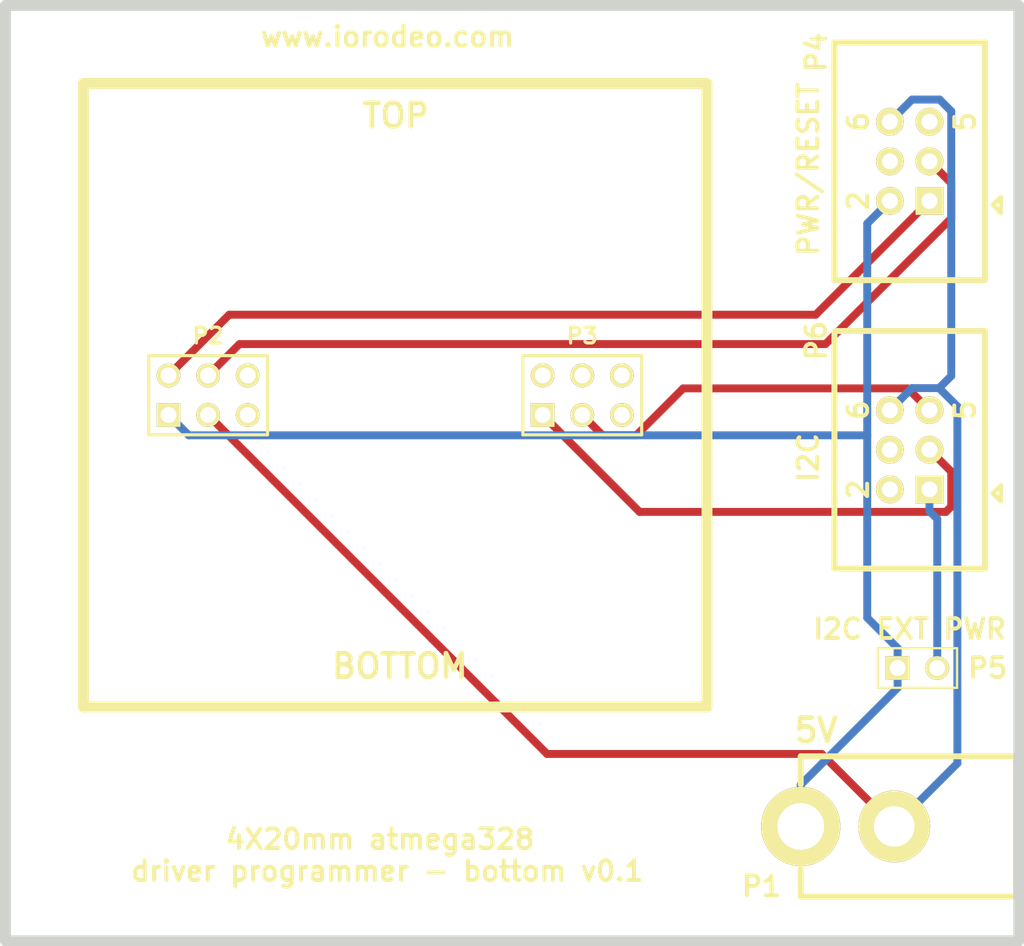
<source format=kicad_pcb>
(kicad_pcb (version 3) (host pcbnew "(2013-mar-13)-testing")

  (general
    (links 11)
    (no_connects 0)
    (area 44.649999 44.649999 110.350001 105.350001)
    (thickness 1.6)
    (drawings 16)
    (tracks 44)
    (zones 0)
    (modules 6)
    (nets 18)
  )

  (page A4)
  (layers
    (15 F.Cu signal)
    (0 B.Cu signal)
    (16 B.Adhes user)
    (17 F.Adhes user)
    (18 B.Paste user)
    (19 F.Paste user)
    (20 B.SilkS user)
    (21 F.SilkS user)
    (22 B.Mask user)
    (23 F.Mask user)
    (24 Dwgs.User user)
    (25 Cmts.User user)
    (26 Eco1.User user)
    (27 Eco2.User user)
    (28 Edge.Cuts user)
  )

  (setup
    (last_trace_width 0.508)
    (trace_clearance 0.254)
    (zone_clearance 0.508)
    (zone_45_only no)
    (trace_min 0.254)
    (segment_width 0.2)
    (edge_width 0.1)
    (via_size 0.889)
    (via_drill 0.635)
    (via_min_size 0.889)
    (via_min_drill 0.508)
    (uvia_size 0.508)
    (uvia_drill 0.127)
    (uvias_allowed no)
    (uvia_min_size 0.508)
    (uvia_min_drill 0.127)
    (pcb_text_width 0.3)
    (pcb_text_size 1.5 1.5)
    (mod_edge_width 0.15)
    (mod_text_size 1 1)
    (mod_text_width 0.15)
    (pad_size 1.5 1.5)
    (pad_drill 0.6)
    (pad_to_mask_clearance 0)
    (aux_axis_origin 0 0)
    (visible_elements FFFFFF7F)
    (pcbplotparams
      (layerselection 3178497)
      (usegerberextensions true)
      (excludeedgelayer true)
      (linewidth 0.150000)
      (plotframeref false)
      (viasonmask false)
      (mode 1)
      (useauxorigin false)
      (hpglpennumber 1)
      (hpglpenspeed 20)
      (hpglpendiameter 15)
      (hpglpenoverlay 2)
      (psnegative false)
      (psa4output false)
      (plotreference true)
      (plotvalue true)
      (plotothertext true)
      (plotinvisibletext false)
      (padsonsilk false)
      (subtractmaskfromsilk false)
      (outputformat 1)
      (mirror false)
      (drillshape 1)
      (scaleselection 1)
      (outputdirectory ""))
  )

  (net 0 "")
  (net 1 +5V)
  (net 2 /RST_3)
  (net 3 /RST_4)
  (net 4 /SCL)
  (net 5 /SDA)
  (net 6 /~RST_1)
  (net 7 /~RST_2)
  (net 8 /~RST_3)
  (net 9 /~RST_4)
  (net 10 GND)
  (net 11 N-0000011)
  (net 12 N-0000012)
  (net 13 N-0000013)
  (net 14 N-0000014)
  (net 15 N-0000015)
  (net 16 N-000007)
  (net 17 N-000008)

  (net_class Default "This is the default net class."
    (clearance 0.254)
    (trace_width 0.508)
    (via_dia 0.889)
    (via_drill 0.635)
    (uvia_dia 0.508)
    (uvia_drill 0.127)
    (add_net "")
    (add_net +5V)
    (add_net /RST_3)
    (add_net /RST_4)
    (add_net /SCL)
    (add_net /SDA)
    (add_net /~RST_1)
    (add_net /~RST_2)
    (add_net /~RST_3)
    (add_net /~RST_4)
    (add_net GND)
    (add_net N-0000011)
    (add_net N-0000012)
    (add_net N-0000013)
    (add_net N-0000014)
    (add_net N-0000015)
    (add_net N-000007)
    (add_net N-000008)
  )

  (module DCJACK_2PIN (layer F.Cu) (tedit 52413961) (tstamp 524136C5)
    (at 96.012 97.663)
    (path /524133ED)
    (fp_text reference P1 (at -2.512 3.837) (layer F.SilkS)
      (effects (font (size 1.27 1.27) (thickness 0.254)))
    )
    (fp_text value CONN_2 (at 7.8994 6.79958) (layer F.SilkS) hide
      (effects (font (thickness 0.3048)))
    )
    (fp_line (start 0 -2.70002) (end 0 -4.50088) (layer F.SilkS) (width 0.381))
    (fp_line (start 0 -4.50088) (end 13.79982 -4.50088) (layer F.SilkS) (width 0.381))
    (fp_line (start 13.79982 -4.50088) (end 13.79982 4.39928) (layer F.SilkS) (width 0.381))
    (fp_line (start 13.79982 4.39928) (end 13.79982 4.50088) (layer F.SilkS) (width 0.381))
    (fp_line (start 13.79982 4.50088) (end 0 4.50088) (layer F.SilkS) (width 0.381))
    (fp_line (start 0 4.50088) (end 0 2.70002) (layer F.SilkS) (width 0.381))
    (pad 1 thru_hole circle (at 0 0) (size 5.08 5.08) (drill 2.99974)
      (layers *.Cu *.Mask F.SilkS)
      (net 1 +5V)
    )
    (pad 2 thru_hole circle (at 5.99948 0) (size 4.59994 4.59994) (drill 2.60096)
      (layers *.Cu *.Mask F.SilkS)
      (net 10 GND)
    )
  )

  (module pin_array_3x2 (layer F.Cu) (tedit 42931587) (tstamp 524136D3)
    (at 58 70)
    (descr "Double rangee de contacts 2 x 4 pins")
    (tags CONN)
    (path /52413210)
    (fp_text reference P2 (at 0 -3.81) (layer F.SilkS)
      (effects (font (size 1.016 1.016) (thickness 0.2032)))
    )
    (fp_text value CONN_3X2 (at 0 3.81) (layer F.SilkS) hide
      (effects (font (size 1.016 1.016) (thickness 0.2032)))
    )
    (fp_line (start 3.81 2.54) (end -3.81 2.54) (layer F.SilkS) (width 0.2032))
    (fp_line (start -3.81 -2.54) (end 3.81 -2.54) (layer F.SilkS) (width 0.2032))
    (fp_line (start 3.81 -2.54) (end 3.81 2.54) (layer F.SilkS) (width 0.2032))
    (fp_line (start -3.81 2.54) (end -3.81 -2.54) (layer F.SilkS) (width 0.2032))
    (pad 1 thru_hole rect (at -2.54 1.27) (size 1.524 1.524) (drill 1.016)
      (layers *.Cu *.Mask F.SilkS)
      (net 1 +5V)
    )
    (pad 2 thru_hole circle (at -2.54 -1.27) (size 1.524 1.524) (drill 1.016)
      (layers *.Cu *.Mask F.SilkS)
      (net 6 /~RST_1)
    )
    (pad 3 thru_hole circle (at 0 1.27) (size 1.524 1.524) (drill 1.016)
      (layers *.Cu *.Mask F.SilkS)
      (net 10 GND)
    )
    (pad 4 thru_hole circle (at 0 -1.27) (size 1.524 1.524) (drill 1.016)
      (layers *.Cu *.Mask F.SilkS)
      (net 7 /~RST_2)
    )
    (pad 5 thru_hole circle (at 2.54 1.27) (size 1.524 1.524) (drill 1.016)
      (layers *.Cu *.Mask F.SilkS)
      (net 12 N-0000012)
    )
    (pad 6 thru_hole circle (at 2.54 -1.27) (size 1.524 1.524) (drill 1.016)
      (layers *.Cu *.Mask F.SilkS)
      (net 15 N-0000015)
    )
    (model pin_array/pins_array_3x2.wrl
      (at (xyz 0 0 0))
      (scale (xyz 1 1 1))
      (rotate (xyz 0 0 0))
    )
  )

  (module pin_array_3x2 (layer F.Cu) (tedit 42931587) (tstamp 524136E1)
    (at 82 70)
    (descr "Double rangee de contacts 2 x 4 pins")
    (tags CONN)
    (path /5241321F)
    (fp_text reference P3 (at 0 -3.81) (layer F.SilkS)
      (effects (font (size 1.016 1.016) (thickness 0.2032)))
    )
    (fp_text value CONN_3X2 (at 0 3.81) (layer F.SilkS) hide
      (effects (font (size 1.016 1.016) (thickness 0.2032)))
    )
    (fp_line (start 3.81 2.54) (end -3.81 2.54) (layer F.SilkS) (width 0.2032))
    (fp_line (start -3.81 -2.54) (end 3.81 -2.54) (layer F.SilkS) (width 0.2032))
    (fp_line (start 3.81 -2.54) (end 3.81 2.54) (layer F.SilkS) (width 0.2032))
    (fp_line (start -3.81 2.54) (end -3.81 -2.54) (layer F.SilkS) (width 0.2032))
    (pad 1 thru_hole rect (at -2.54 1.27) (size 1.524 1.524) (drill 1.016)
      (layers *.Cu *.Mask F.SilkS)
      (net 5 /SDA)
    )
    (pad 2 thru_hole circle (at -2.54 -1.27) (size 1.524 1.524) (drill 1.016)
      (layers *.Cu *.Mask F.SilkS)
      (net 2 /RST_3)
    )
    (pad 3 thru_hole circle (at 0 1.27) (size 1.524 1.524) (drill 1.016)
      (layers *.Cu *.Mask F.SilkS)
      (net 4 /SCL)
    )
    (pad 4 thru_hole circle (at 0 -1.27) (size 1.524 1.524) (drill 1.016)
      (layers *.Cu *.Mask F.SilkS)
      (net 3 /RST_4)
    )
    (pad 5 thru_hole circle (at 2.54 1.27) (size 1.524 1.524) (drill 1.016)
      (layers *.Cu *.Mask F.SilkS)
      (net 14 N-0000014)
    )
    (pad 6 thru_hole circle (at 2.54 -1.27) (size 1.524 1.524) (drill 1.016)
      (layers *.Cu *.Mask F.SilkS)
      (net 13 N-0000013)
    )
    (model pin_array/pins_array_3x2.wrl
      (at (xyz 0 0 0))
      (scale (xyz 1 1 1))
      (rotate (xyz 0 0 0))
    )
  )

  (module 3X2_SHRD_HEADER (layer F.Cu) (tedit 524139C9) (tstamp 524136F5)
    (at 103 55 90)
    (path /52413466)
    (fp_text reference P4 (at 7 -6 90) (layer F.SilkS)
      (effects (font (size 1.27 1.27) (thickness 0.254)))
    )
    (fp_text value CONN_3X2 (at 5.19938 6.2992 90) (layer F.SilkS) hide
      (effects (font (thickness 0.3048)))
    )
    (fp_line (start -2.794 5.334) (end -3.302 5.842) (layer F.SilkS) (width 0.3))
    (fp_line (start -3.302 5.842) (end -2.286 5.842) (layer F.SilkS) (width 0.3))
    (fp_line (start -2.286 5.842) (end -2.794 5.334) (layer F.SilkS) (width 0.3))
    (fp_text user 5 (at 2.54 3.556 90) (layer F.SilkS)
      (effects (font (size 1.27 1.27) (thickness 0.254)))
    )
    (fp_text user 6 (at 2.54 -3.302 90) (layer F.SilkS)
      (effects (font (size 1.27 1.27) (thickness 0.254)))
    )
    (fp_line (start -7.62 4.826) (end 7.62 4.826) (layer F.SilkS) (width 0.381))
    (fp_line (start -7.62 -4.826) (end 7.62 -4.826) (layer F.SilkS) (width 0.381))
    (fp_line (start 7.62 -4.826) (end 7.62 4.826) (layer F.SilkS) (width 0.381))
    (fp_line (start -7.62 4.826) (end -7.62 -4.826) (layer F.SilkS) (width 0.381))
    (fp_text user 2 (at -2.54 -3.302 90) (layer F.SilkS)
      (effects (font (size 1.27 1.27) (thickness 0.254)))
    )
    (pad 1 thru_hole rect (at -2.54 1.27 90) (size 1.778 1.778) (drill 1.016)
      (layers *.Cu *.Mask F.SilkS)
      (net 6 /~RST_1)
    )
    (pad 2 thru_hole circle (at -2.54 -1.27 90) (size 1.778 1.778) (drill 1.016)
      (layers *.Cu *.Mask F.SilkS)
      (net 1 +5V)
    )
    (pad 3 thru_hole circle (at 0 1.27 90) (size 1.778 1.778) (drill 1.016)
      (layers *.Cu *.Mask F.SilkS)
      (net 7 /~RST_2)
    )
    (pad 4 thru_hole circle (at 0 -1.27 90) (size 1.778 1.778) (drill 1.016)
      (layers *.Cu *.Mask F.SilkS)
      (net 9 /~RST_4)
    )
    (pad 5 thru_hole circle (at 2.54 1.27 90) (size 1.778 1.778) (drill 1.016)
      (layers *.Cu *.Mask F.SilkS)
      (net 8 /~RST_3)
    )
    (pad 6 thru_hole circle (at 2.54 -1.27 90) (size 1.778 1.778) (drill 1.016)
      (layers *.Cu *.Mask F.SilkS)
      (net 10 GND)
    )
  )

  (module PIN_ARRAY_2X1 (layer F.Cu) (tedit 5241399F) (tstamp 52413971)
    (at 103.5 87.5)
    (descr "Connecteurs 2 pins")
    (tags "CONN DEV")
    (path /52413817)
    (fp_text reference P5 (at 4.5 0) (layer F.SilkS)
      (effects (font (size 1.27 1.27) (thickness 0.254)))
    )
    (fp_text value CONN_2 (at 0 -1.905) (layer F.SilkS) hide
      (effects (font (size 0.762 0.762) (thickness 0.1524)))
    )
    (fp_line (start -2.54 1.27) (end -2.54 -1.27) (layer F.SilkS) (width 0.1524))
    (fp_line (start -2.54 -1.27) (end 2.54 -1.27) (layer F.SilkS) (width 0.1524))
    (fp_line (start 2.54 -1.27) (end 2.54 1.27) (layer F.SilkS) (width 0.1524))
    (fp_line (start 2.54 1.27) (end -2.54 1.27) (layer F.SilkS) (width 0.1524))
    (pad 1 thru_hole rect (at -1.27 0) (size 1.524 1.524) (drill 1.016)
      (layers *.Cu *.Mask F.SilkS)
      (net 1 +5V)
    )
    (pad 2 thru_hole circle (at 1.27 0) (size 1.524 1.524) (drill 1.016)
      (layers *.Cu *.Mask F.SilkS)
      (net 11 N-0000011)
    )
    (model pin_array/pins_array_2x1.wrl
      (at (xyz 0 0 0))
      (scale (xyz 1 1 1))
      (rotate (xyz 0 0 0))
    )
  )

  (module 3X2_SHRD_HEADER (layer F.Cu) (tedit 524139CF) (tstamp 52413985)
    (at 103 73.5 90)
    (path /52413855)
    (fp_text reference P6 (at 7 -6 90) (layer F.SilkS)
      (effects (font (size 1.27 1.27) (thickness 0.254)))
    )
    (fp_text value CONN_3X2 (at 5.19938 6.2992 90) (layer F.SilkS) hide
      (effects (font (thickness 0.3048)))
    )
    (fp_line (start -2.794 5.334) (end -3.302 5.842) (layer F.SilkS) (width 0.3))
    (fp_line (start -3.302 5.842) (end -2.286 5.842) (layer F.SilkS) (width 0.3))
    (fp_line (start -2.286 5.842) (end -2.794 5.334) (layer F.SilkS) (width 0.3))
    (fp_text user 5 (at 2.54 3.556 90) (layer F.SilkS)
      (effects (font (size 1.27 1.27) (thickness 0.254)))
    )
    (fp_text user 6 (at 2.54 -3.302 90) (layer F.SilkS)
      (effects (font (size 1.27 1.27) (thickness 0.254)))
    )
    (fp_line (start -7.62 4.826) (end 7.62 4.826) (layer F.SilkS) (width 0.381))
    (fp_line (start -7.62 -4.826) (end 7.62 -4.826) (layer F.SilkS) (width 0.381))
    (fp_line (start 7.62 -4.826) (end 7.62 4.826) (layer F.SilkS) (width 0.381))
    (fp_line (start -7.62 4.826) (end -7.62 -4.826) (layer F.SilkS) (width 0.381))
    (fp_text user 2 (at -2.54 -3.302 90) (layer F.SilkS)
      (effects (font (size 1.27 1.27) (thickness 0.254)))
    )
    (pad 1 thru_hole rect (at -2.54 1.27 90) (size 1.778 1.778) (drill 1.016)
      (layers *.Cu *.Mask F.SilkS)
      (net 11 N-0000011)
    )
    (pad 2 thru_hole circle (at -2.54 -1.27 90) (size 1.778 1.778) (drill 1.016)
      (layers *.Cu *.Mask F.SilkS)
      (net 17 N-000008)
    )
    (pad 3 thru_hole circle (at 0 1.27 90) (size 1.778 1.778) (drill 1.016)
      (layers *.Cu *.Mask F.SilkS)
      (net 5 /SDA)
    )
    (pad 4 thru_hole circle (at 0 -1.27 90) (size 1.778 1.778) (drill 1.016)
      (layers *.Cu *.Mask F.SilkS)
      (net 16 N-000007)
    )
    (pad 5 thru_hole circle (at 2.54 1.27 90) (size 1.778 1.778) (drill 1.016)
      (layers *.Cu *.Mask F.SilkS)
      (net 4 /SCL)
    )
    (pad 6 thru_hole circle (at 2.54 -1.27 90) (size 1.778 1.778) (drill 1.016)
      (layers *.Cu *.Mask F.SilkS)
      (net 10 GND)
    )
  )

  (gr_text www.iorodeo.com (at 69.5 47) (layer F.SilkS)
    (effects (font (size 1.27 1.27) (thickness 0.254)))
  )
  (gr_text "4X20mm atmega328 \ndriver programmer - bottom v0.1" (at 69.5 99.5) (layer F.SilkS)
    (effects (font (size 1.27 1.27) (thickness 0.254)))
  )
  (gr_text PWR/RESET (at 96.5 55.5 90) (layer F.SilkS)
    (effects (font (size 1.27 1.27) (thickness 0.254)))
  )
  (gr_text I2C (at 96.5 74 90) (layer F.SilkS)
    (effects (font (size 1.27 1.27) (thickness 0.254)))
  )
  (gr_text "I2C EXT PWR" (at 103 85) (layer F.SilkS)
    (effects (font (size 1.27 1.27) (thickness 0.254)))
  )
  (gr_text 5V (at 97 91.5) (layer F.SilkS)
    (effects (font (size 1.5 1.5) (thickness 0.3)))
  )
  (gr_text BOTTOM (at 70.2945 87.376) (layer F.SilkS)
    (effects (font (size 1.5 1.5) (thickness 0.3)))
  )
  (gr_text TOP (at 70.0405 52.07) (layer F.SilkS)
    (effects (font (size 1.5 1.5) (thickness 0.3)))
  )
  (gr_line (start 90 50) (end 90 90) (angle 90) (layer F.SilkS) (width 0.7))
  (gr_line (start 50 90) (end 90 90) (angle 90) (layer F.SilkS) (width 0.7))
  (gr_line (start 50 50) (end 50 90) (angle 90) (layer F.SilkS) (width 0.7))
  (gr_line (start 50 50) (end 90 50) (angle 90) (layer F.SilkS) (width 0.7))
  (gr_line (start 110 105) (end 110 45) (angle 90) (layer Edge.Cuts) (width 0.7))
  (gr_line (start 45 105) (end 110 105) (angle 90) (layer Edge.Cuts) (width 0.7))
  (gr_line (start 45 45) (end 45 105) (angle 90) (layer Edge.Cuts) (width 0.7))
  (gr_line (start 45 45) (end 110 45) (angle 90) (layer Edge.Cuts) (width 0.7))

  (segment (start 96.012 94.9883) (end 96.012 97.663) (width 0.508) (layer B.Cu) (net 1))
  (segment (start 102.23 88.7703) (end 96.012 94.9883) (width 0.508) (layer B.Cu) (net 1))
  (segment (start 102.23 87.5) (end 102.23 88.7703) (width 0.508) (layer B.Cu) (net 1))
  (segment (start 102.23 87.5) (end 102.23 86.2297) (width 0.508) (layer B.Cu) (net 1))
  (segment (start 56.7629 72.5729) (end 55.46 71.27) (width 0.508) (layer B.Cu) (net 1))
  (segment (start 100.2791 72.5729) (end 56.7629 72.5729) (width 0.508) (layer B.Cu) (net 1))
  (segment (start 100.2791 58.9909) (end 100.2791 72.5729) (width 0.508) (layer B.Cu) (net 1))
  (segment (start 101.73 57.54) (end 100.2791 58.9909) (width 0.508) (layer B.Cu) (net 1))
  (segment (start 100.2791 84.2788) (end 102.23 86.2297) (width 0.508) (layer B.Cu) (net 1))
  (segment (start 100.2791 72.5729) (end 100.2791 84.2788) (width 0.508) (layer B.Cu) (net 1))
  (segment (start 83.2958 72.5658) (end 82 71.27) (width 0.508) (layer F.Cu) (net 4))
  (segment (start 85.4678 72.5658) (end 83.2958 72.5658) (width 0.508) (layer F.Cu) (net 4))
  (segment (start 88.4709 69.5627) (end 85.4678 72.5658) (width 0.508) (layer F.Cu) (net 4))
  (segment (start 102.8727 69.5627) (end 88.4709 69.5627) (width 0.508) (layer F.Cu) (net 4))
  (segment (start 104.27 70.96) (end 102.8727 69.5627) (width 0.508) (layer F.Cu) (net 4))
  (segment (start 85.6761 77.4861) (end 79.46 71.27) (width 0.508) (layer F.Cu) (net 5))
  (segment (start 105.3259 77.4861) (end 85.6761 77.4861) (width 0.508) (layer F.Cu) (net 5))
  (segment (start 105.6674 77.1446) (end 105.3259 77.4861) (width 0.508) (layer F.Cu) (net 5))
  (segment (start 105.6674 74.8974) (end 105.6674 77.1446) (width 0.508) (layer F.Cu) (net 5))
  (segment (start 104.27 73.5) (end 105.6674 74.8974) (width 0.508) (layer F.Cu) (net 5))
  (segment (start 59.351 64.839) (end 55.46 68.73) (width 0.508) (layer F.Cu) (net 6))
  (segment (start 96.971 64.839) (end 59.351 64.839) (width 0.508) (layer F.Cu) (net 6))
  (segment (start 104.27 57.54) (end 96.971 64.839) (width 0.508) (layer F.Cu) (net 6))
  (segment (start 60.0101 66.7199) (end 58 68.73) (width 0.508) (layer F.Cu) (net 7))
  (segment (start 97.6029 66.7199) (end 60.0101 66.7199) (width 0.508) (layer F.Cu) (net 7))
  (segment (start 105.6674 58.6554) (end 97.6029 66.7199) (width 0.508) (layer F.Cu) (net 7))
  (segment (start 105.6674 56.3974) (end 105.6674 58.6554) (width 0.508) (layer F.Cu) (net 7))
  (segment (start 104.27 55) (end 105.6674 56.3974) (width 0.508) (layer F.Cu) (net 7))
  (segment (start 97.3605 93.012) (end 102.0115 97.663) (width 0.508) (layer F.Cu) (net 10))
  (segment (start 79.742 93.012) (end 97.3605 93.012) (width 0.508) (layer F.Cu) (net 10))
  (segment (start 58 71.27) (end 79.742 93.012) (width 0.508) (layer F.Cu) (net 10))
  (segment (start 105.6674 68.7653) (end 104.8875 69.5452) (width 0.508) (layer B.Cu) (net 10))
  (segment (start 105.6674 51.7848) (end 105.6674 68.7653) (width 0.508) (layer B.Cu) (net 10))
  (segment (start 104.9198 51.0372) (end 105.6674 51.7848) (width 0.508) (layer B.Cu) (net 10))
  (segment (start 103.1528 51.0372) (end 104.9198 51.0372) (width 0.508) (layer B.Cu) (net 10))
  (segment (start 101.73 52.46) (end 103.1528 51.0372) (width 0.508) (layer B.Cu) (net 10))
  (segment (start 103.1448 69.5452) (end 104.8875 69.5452) (width 0.508) (layer B.Cu) (net 10))
  (segment (start 101.73 70.96) (end 103.1448 69.5452) (width 0.508) (layer B.Cu) (net 10))
  (segment (start 106.0608 93.6137) (end 102.0115 97.663) (width 0.508) (layer B.Cu) (net 10))
  (segment (start 106.0608 70.7185) (end 106.0608 93.6137) (width 0.508) (layer B.Cu) (net 10))
  (segment (start 104.8875 69.5452) (end 106.0608 70.7185) (width 0.508) (layer B.Cu) (net 10))
  (segment (start 104.77 77.9373) (end 104.27 77.4373) (width 0.508) (layer B.Cu) (net 11))
  (segment (start 104.77 87.5) (end 104.77 77.9373) (width 0.508) (layer B.Cu) (net 11))
  (segment (start 104.27 76.04) (end 104.27 77.4373) (width 0.508) (layer B.Cu) (net 11))

)

</source>
